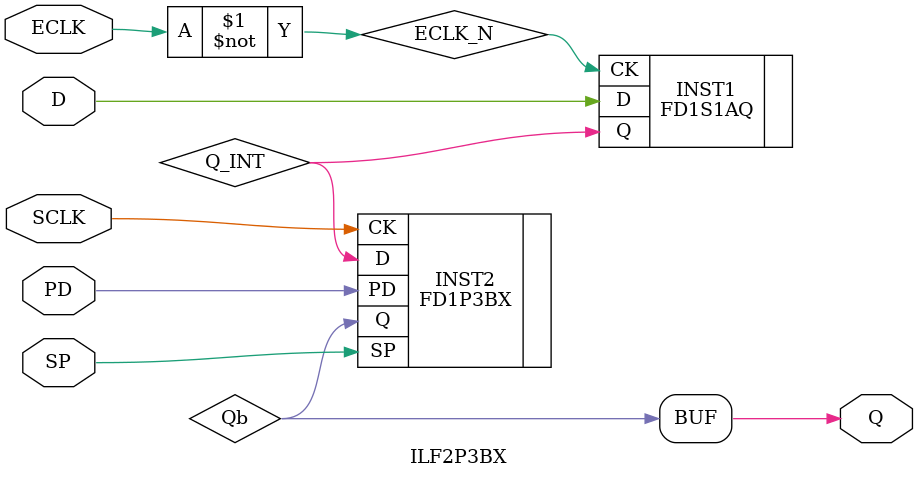
<source format=v>
`resetall
`timescale 1 ns / 1 ps

`celldefine

module ILF2P3BX (D, SP, ECLK, SCLK, PD, Q);
  parameter GSR = "ENABLED";
  defparam INST2.GSR = GSR;
  input  D, SP, ECLK, SCLK, PD;
  output Q;

  wire Qb;

  not (ECLK_N, ECLK);
  FD1S1AQ INST1 (.D(D), .CK(ECLK_N), .Q(Q_INT));
  FD1P3BX INST2 (.D(Q_INT), .SP(SP), .CK(SCLK), .PD(PD),
                 .Q(Qb));

  buf (Q, Qb);

endmodule

`endcelldefine

</source>
